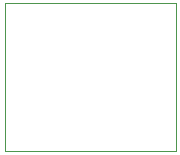
<source format=gbr>
%TF.GenerationSoftware,KiCad,Pcbnew,(5.1.10)-1*%
%TF.CreationDate,2021-08-13T16:39:06+01:00*%
%TF.ProjectId,grove_adaptor,67726f76-655f-4616-9461-70746f722e6b,rev?*%
%TF.SameCoordinates,Original*%
%TF.FileFunction,Profile,NP*%
%FSLAX46Y46*%
G04 Gerber Fmt 4.6, Leading zero omitted, Abs format (unit mm)*
G04 Created by KiCad (PCBNEW (5.1.10)-1) date 2021-08-13 16:39:06*
%MOMM*%
%LPD*%
G01*
G04 APERTURE LIST*
%TA.AperFunction,Profile*%
%ADD10C,0.050000*%
%TD*%
G04 APERTURE END LIST*
D10*
X187000000Y-89500000D02*
X172500000Y-89500000D01*
X187000000Y-102000000D02*
X187000000Y-89500000D01*
X172500000Y-102000000D02*
X187000000Y-102000000D01*
X172500000Y-89500000D02*
X172500000Y-102000000D01*
M02*

</source>
